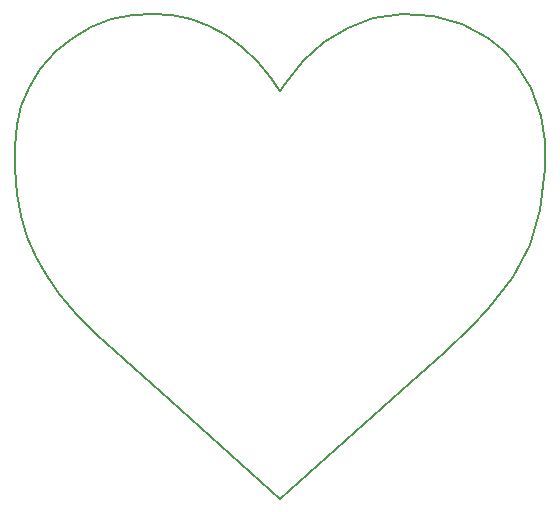
<source format=gm1>
G04 #@! TF.GenerationSoftware,KiCad,Pcbnew,(7.0.0)*
G04 #@! TF.CreationDate,2023-04-23T00:27:49-06:00*
G04 #@! TF.ProjectId,Fonocardiograma_V3A,466f6e6f-6361-4726-9469-6f6772616d61,rev?*
G04 #@! TF.SameCoordinates,Original*
G04 #@! TF.FileFunction,Profile,NP*
%FSLAX46Y46*%
G04 Gerber Fmt 4.6, Leading zero omitted, Abs format (unit mm)*
G04 Created by KiCad (PCBNEW (7.0.0)) date 2023-04-23 00:27:49*
%MOMM*%
%LPD*%
G01*
G04 APERTURE LIST*
G04 #@! TA.AperFunction,Profile*
%ADD10C,0.200000*%
G04 #@! TD*
G04 APERTURE END LIST*
D10*
X123348543Y-65389522D02*
X123767299Y-61971992D01*
X80038330Y-55094445D02*
X79411103Y-56625533D01*
X105064696Y-51187793D02*
X103272847Y-52790876D01*
X85779750Y-75956405D02*
X92020250Y-81523595D01*
X118955549Y-73786092D02*
X121028499Y-71085827D01*
X81031390Y-53444844D02*
X80038330Y-55094445D01*
X109181589Y-49171561D02*
X107051002Y-49968861D01*
X79411103Y-56625533D02*
X79013827Y-58230585D01*
X92020250Y-81523595D02*
X100462710Y-89082855D01*
X81550962Y-71018543D02*
X82704642Y-72628042D01*
X122464220Y-68357219D02*
X123348543Y-65389522D01*
X78855930Y-61972005D02*
X79048935Y-64043341D01*
X101312060Y-89846478D02*
X102161369Y-89082651D01*
X123443039Y-57431361D02*
X122591486Y-55108445D01*
X118907579Y-50822311D02*
X116688353Y-49633471D01*
X90555916Y-48777317D02*
X88887960Y-48874475D01*
X122591486Y-55108445D02*
X121293639Y-53040371D01*
X100462710Y-89082855D02*
X101312019Y-89846479D01*
X79048935Y-64043341D02*
X79395806Y-65945016D01*
X121293639Y-53040371D02*
X120172564Y-51857758D01*
X84107860Y-74261114D02*
X85779750Y-75956405D01*
X88887960Y-48874475D02*
X87039754Y-49254560D01*
X111720580Y-48790313D02*
X109181589Y-49171561D01*
X85320481Y-49901727D02*
X83746838Y-50808101D01*
X78833203Y-59986958D02*
X78855930Y-61972005D01*
X115240369Y-77455084D02*
X117500019Y-75301192D01*
X92191165Y-48911165D02*
X90555916Y-48777317D01*
X123767299Y-61971992D02*
X123764907Y-59532312D01*
X96759377Y-50634039D02*
X95307025Y-49845997D01*
X120172564Y-51857758D02*
X118907579Y-50822311D01*
X98122503Y-51627206D02*
X96759377Y-50634039D01*
X102161369Y-89082651D02*
X111549839Y-80701532D01*
X111549839Y-80701532D02*
X115240369Y-77455084D01*
X117500019Y-75301192D02*
X118955549Y-73786092D01*
X82704642Y-72628042D02*
X84107860Y-74261114D01*
X103272847Y-52790876D02*
X101725629Y-54740631D01*
X101725629Y-54740631D02*
X101313885Y-55320420D01*
X93779578Y-49269548D02*
X92191165Y-48911165D01*
X79013827Y-58230585D02*
X78833203Y-59986958D01*
X107051002Y-49968861D02*
X105064696Y-51187793D01*
X83746838Y-50808101D02*
X82335520Y-51965805D01*
X100524560Y-54203025D02*
X99382274Y-52819025D01*
X121028499Y-71085827D02*
X122464220Y-68357219D01*
X101081388Y-55012607D02*
X100524560Y-54203025D01*
X123764907Y-59532312D02*
X123443039Y-57431361D01*
X99382274Y-52819025D02*
X98122503Y-51627206D01*
X87039754Y-49254560D02*
X85320481Y-49901727D01*
X80627686Y-69393970D02*
X81550962Y-71018543D01*
X114257760Y-48950210D02*
X111720580Y-48790313D01*
X101312019Y-89846479D02*
X101312060Y-89846478D01*
X116688353Y-49633471D02*
X114257760Y-48950210D01*
X95307025Y-49845997D02*
X93779578Y-49269548D01*
X79915678Y-67715677D02*
X80627686Y-69393970D01*
X101313885Y-55320420D02*
X101081388Y-55012607D01*
X82335520Y-51965805D02*
X81031390Y-53444844D01*
X79395806Y-65945016D02*
X79915678Y-67715677D01*
M02*

</source>
